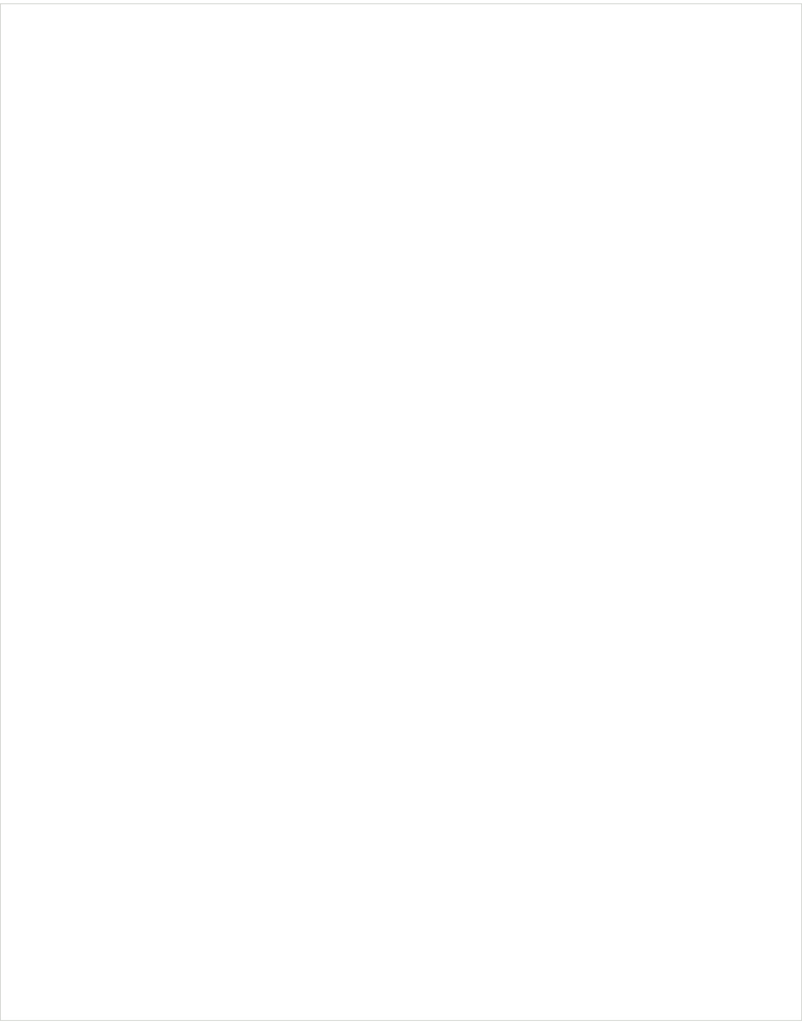
<source format=kicad_pcb>
(kicad_pcb (version 20211014) (generator pcbnew)
  (layers (0 "F.Cu" signal) (31 "B.Cu" signal) (34 "B.Paste" user) (35 "F.Paste" user) (36 "B.SilkS" user "B.Silkscreen") (37 "F.SilkS" user "F.Silkscreen") (38 "B.Mask" user) (39 "F.Mask" user) (44 "Edge.Cuts" user))
  (net 0 "")
  (footprint "MountingHole:MountingHole_3.2mm_M3" (layer "F.Cu") (at 5.08 125.5)
    (fp_text reference "REF**" hide)
    (fp_text value "MountingHole_3.2mm_M3" hide)
    (pad "" np_thru_hole oval locked (at 0 0) (size 7 3.2) (drill oval 7 3.2) (layers F&B.Cu *.Mask))
  )
  (footprint "MountingHole:MountingHole_3.2mm_M3" (layer "F.Cu") (at 96.22 125.5)
    (fp_text reference "REF**" hide)
    (fp_text value "MountingHole_3.2mm_M3" hide)
    (pad "" np_thru_hole oval locked (at 0 0) (size 7 3.2) (drill oval 7 3.2) (layers F&B.Cu *.Mask))
  )
  (footprint "MountingHole:MountingHole_3.2mm_M3" (layer "F.Cu") (at 96.22 3)
    (fp_text reference "REF**" hide)
    (fp_text value "MountingHole_3.2mm_M3" hide)
    (pad "" np_thru_hole oval locked (at 0 0) (size 7 3.2) (drill oval 7 3.2) (layers F&B.Cu *.Mask))
  )
  (footprint "MountingHole:MountingHole_3.2mm_M3" (layer "F.Cu") (at 5.08 3)
    (fp_text reference "REF**" hide)
    (fp_text value "MountingHole_3.2mm_M3" hide)
    (pad "" np_thru_hole oval locked (at 0 0) (size 7 3.2) (drill oval 7 3.2) (layers F&B.Cu *.Mask))
  )
  (gr_line (start 101.3 0) (end 101.3 128.5) (layer "Edge.Cuts") (width 0.1))
  (gr_line (start 0 128.5) (end 0 0) (layer "Edge.Cuts") (width 0.1))
  (gr_line (start 0 0) (end 101.3 0) (layer "Edge.Cuts") (width 0.1))
  (gr_line (start 101.3 128.5) (end 0 128.5) (layer "Edge.Cuts") (width 0.1))
)
</source>
